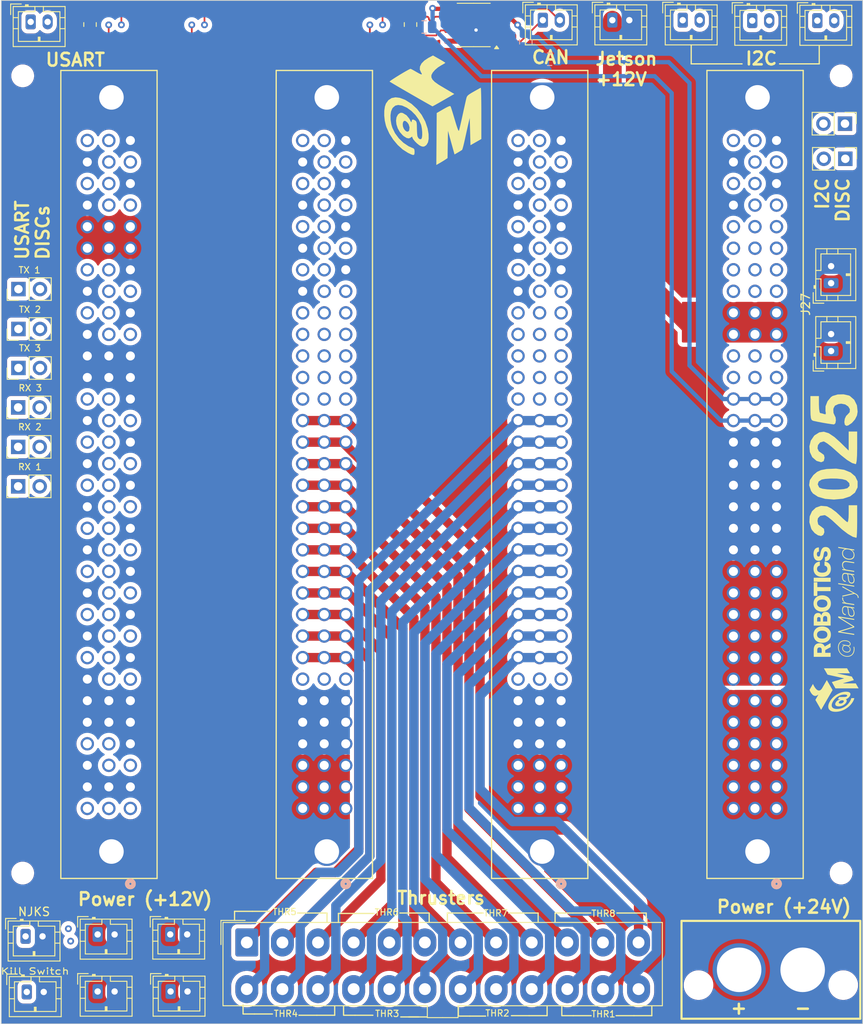
<source format=kicad_pcb>
(kicad_pcb (version 20241229) (generator "pcbnew") (generator_version "9.0")
  (layers (0 "F.Cu" power) (4 "In1.Cu" signal) (6 "In2.Cu" signal) (2 "B.Cu" power) (13 "F.Paste" user) (15 "B.Paste" user) (5 "F.SilkS" user "F.Silkscreen") (7 "B.SilkS" user "B.Silkscreen") (1 "F.Mask" user) (3 "B.Mask" user) (25 "Edge.Cuts" user))
  (net 0 "")
  (net 1 "+24V")
  (net 2 "+12V")
  (net 3 "GND")
  (net 4 "+5V")
  (net 5 "+3.3V")
  (net 6 "I2C+")
  (net 7 "DAT1")
  (net 8 "I2C-")
  (net 9 "THR1-1")
  (net 10 "THR1-2")
  (net 11 "THR1-3")
  (net 12 "THR2-1")
  (net 13 "THR2-2")
  (net 14 "THR2-3")
  (net 15 "THR3-1")
  (net 16 "12V Jetson")
  (net 19 "THR3-2")
  (net 20 "THR3-3")
  (net 21 "THR4-1")
  (net 22 "THR4-2")
  (net 23 "THR4-3")
  (net 24 "THR5-1")
  (net 25 "THR5-2")
  (net 26 "THR5-3")
  (net 27 "THR6-1")
  (net 28 "THR6-2")
  (net 29 "THR6-3")
  (net 30 "THR7-1")
  (net 31 "THR7-2")
  (net 32 "THR7-3")
  (net 33 "THR8-1")
  (net 36 "THR8-2")
  (net 37 "THR8-3")
  (net 38 "DAT2")
  (net 61 "SW")
  (net 62 "NJSW")
  (net 66 "CAN-")
  (net 67 "CAN+")
  (net 70 "CANJET+")
  (net 71 "CANJET-")
  (net 77 "USART+")
  (net 78 "USART-")
  (net 79 "USART1-")
  (net 80 "USART2-")
  (net 81 "USART3-")
  (net 82 "USART2+")
  (net 83 "USART1+")
  (net 84 "USART3+")
  (net 107 "I2CJetson+")
  (net 108 "I2CJetson-")
  (footprint "Connector_JST:JST_PH_B2B-PH-K_1x02_P2.00mm_Vertical" (layer "F.Cu") (at 82.499328 136.777073)
    (property "Reference" "J11" (hide yes))
    (property "Value" "Conn_01x02" (hide yes))
  )
  (footprint "Connector_PinHeader_2.54mm:PinHeader_1x02_P2.54mm_Vertical" (layer "F.Cu") (at 73.16 70 90)
    (property "Reference" "J24" (hide yes))
    (property "Value" "Conn_01x02_Pin" (hide yes))
  )
  (footprint "Resistor_SMD:R_0805_2012Metric" (layer "F.Cu") (at 81.6 29.5125 90)
    (property "Reference" "R2" (hide yes))
    (property "Value" "120")
  )
  (footprint "Connector_PinHeader_2.54mm:PinHeader_1x02_P2.54mm_Vertical" (layer "F.Cu") (at 170.675 45.34 -90)
    (property "Reference" "J25" (hide yes))
    (property "Value" "Conn_01x02_Pin" (hide yes))
  )
  (footprint "Connector_JST:JST_PH_B2B-PH-K_1x02_P2.00mm_Vertical" (layer "F.Cu") (at 135 29)
    (property "Reference" "J17" (hide yes))
    (property "Value" "Conn_01x02" (hide yes))
  )
  (footprint "Connector_JST:JST_PH_B2B-PH-K_1x02_P2.00mm_Vertical" (layer "F.Cu") (at 91.1 143.5)
    (property "Reference" "J5" (hide yes))
    (property "Value" "Conn_01x02" (hide yes))
  )
  (footprint "Connector_PinHeader_2.54mm:PinHeader_1x02_P2.54mm_Vertical" (layer "F.Cu") (at 170.635 41.2 -90)
    (property "Reference" "J26" (hide yes))
    (property "Value" "Conn_01x02_Pin" (hide yes))
  )
  (footprint "Connector_JST:JST_PH_B2B-PH-K_1x02_P2.00mm_Vertical" (layer "F.Cu") (at 74.6 29.2)
    (property "Reference" "J18" (hide yes))
    (property "Value" "Conn_01x02" (hide yes))
  )
  (footprint "Connector_JST:JST_PH_B2B-PH-K_1x02_P2.00mm_Vertical" (layer "F.Cu") (at 143.2 29)
    (property "Reference" "J13" (hide yes))
    (property "Value" "Conn_01x02" (hide yes))
  )
  (footprint "Connector_JST:JST_PH_B2B-PH-K_1x02_P2.00mm_Vertical" (layer "F.Cu") (at 159.7 29.05)
    (property "Reference" "J8" (hide yes))
    (property "Value" "Conn_01x02" (hide yes))
  )
  (footprint "Connector_JST:JST_PH_B2B-PH-K_1x02_P2.00mm_Vertical" (layer "F.Cu") (at 169 60 90)
    (property "Reference" "J27")
    (property "Value" "Conn_01x02" (hide yes))
  )
  (footprint "LOGO" (layer "F.Cu") (at 122 39.6)
    (property "Reference" "G***" (hide yes))
    (property "Value" "LOGO" (hide yes))
  )
  (footprint "650470_5:CONN_650470-5_TYC" (layer "F.Cu") (at 111.76 121.92 -90)
    (property "Reference" "J3" (hide yes))
    (property "Value" "~" (hide yes))
  )
  (footprint "Resistor_SMD:R_0805_2012Metric" (layer "F.Cu") (at 119.4 29.5125 90)
    (property "Reference" "R1" (hide yes))
    (property "Value" "120")
  )
  (footprint "Package_SO:SOIC-8_3.9x4.9mm_P1.27mm" (layer "F.Cu") (at 126.85 29.567499 180)
    (property "Reference" "U1" (hide yes))
    (property "Value" "~" (hide yes))
  )
  (footprint "Connector_JST:JST_PH_B2B-PH-K_1x02_P2.00mm_Vertical" (layer "F.Cu") (at 74 137)
    (property "Reference" "NJKS")
    (property "Value" "Conn_01x02" (hide yes))
  )
  (footprint "MountingHole:MountingHole_2.2mm_M2" (layer "F.Cu") (at 170.18 129.54)
    (property "Reference" "REF**" (hide yes))
    (property "Value" "MountingHole_2.2mm_M2" (hide yes))
  )
  (footprint "Connector_JST:JST_PH_B2B-PH-K_1x02_P2.00mm_Vertical" (layer "F.Cu") (at 91.05846 136.771766)
    (property "Reference" "J14" (hide yes))
    (property "Value" "Conn_01x02" (hide yes))
  )
  (footprint "Connector_PinHeader_2.54mm:PinHeader_1x02_P2.54mm_Vertical" (layer "F.Cu") (at 73.125 74.65 90)
    (property "Reference" "J21" (hide yes))
    (property "Value" "Conn_01x02_Pin" (hide yes))
  )
  (footprint "LOGO" (layer "F.Cu") (at 169.4 81.5 90)
    (property "Reference" "G***" (hide yes))
    (property "Value" "LOGO" (hide yes))
  )
  (footprint "MountingHole:MountingHole_2.2mm_M2" (layer "F.Cu") (at 170.18 35.56)
    (property "Reference" "REF**" (hide yes))
    (property "Value" "MountingHole_2.2mm_M2" (hide yes))
  )
  (footprint "Connector_JST:JST_PH_B2B-PH-K_1x02_P2.00mm_Vertical" (layer "F.Cu") (at 74.140538 143.555467)
    (property "Reference" "J9" (hide yes))
    (property "Value" "Conn_01x02" (hide yes))
  )
  (footprint "LOGO" (layer "F.Cu") (at 169.4 101 90)
    (property "Reference" "G***" (hide yes))
    (property "Value" "LOGO" (hide yes))
  )
  (footprint "Connector_JST:JST_PH_B2B-PH-K_1x02_P2.00mm_Vertical" (layer "F.Cu") (at 82.5 143.5)
    (property "Reference" "J7" (hide yes))
    (property "Value" "Conn_01x02" (hide yes))
  )
  (footprint "Connector_JST:JST_PH_B2B-PH-K_1x02_P2.00mm_Vertical" (layer "F.Cu") (at 169 68 90)
    (property "Reference" "J15" (hide yes))
    (property "Value" "Conn_01x02" (hide yes))
  )
  (footprint "650470_5:CONN_650470-5_TYC" (layer "F.Cu") (at 137.16 121.92 -90)
    (property "Reference" "J2" (hide yes))
    (property "Value" "~" (hide yes))
  )
  (footprint "Connector_PinHeader_2.54mm:PinHeader_1x02_P2.54mm_Vertical" (layer "F.Cu") (at 73.16 60.7 90)
    (property "Reference" "J23" (hide yes))
    (property "Value" "Conn_01x02_Pin" (hide yes))
  )
  (footprint "650470_5:CONN_650470-5_TYC" (layer "F.Cu") (at 162.56 121.92 -90)
    (property "Reference" "J1" (hide yes))
    (property "Value" "~" (hide yes))
  )
  (footprint "MountingHole:MountingHole_2.2mm_M2" (layer "F.Cu") (at 73.66 129.54)
    (property "Reference" "REF**" (hide yes))
    (property "Value" "MountingHole_2.2mm_M2" (hide yes))
  )
  (footprint "650470_5:SUPERSABRE_2CIRCUIT" (layer "F.Cu") (at 161.8996 140.9446)
    (property "Reference" "J6" (hide yes))
    (property "Value" "1720420202" (hide yes))
  )
  (footprint "Connector_PinHeader_2.54mm:PinHeader_1x02_P2.54mm_Vertical" (layer "F.Cu") (at 73.125 79.3 90)
    (property "Reference" "J20" (hide yes))
    (property "Value" "Conn_01x02_Pin" (hide yes))
  )
  (footprint "Connector_JST:JST_PH_B2B-PH-K_1x02_P2.00mm_Vertical" (layer "F.Cu") (at 151.5 29)
    (property "Reference" "J10" (hide yes))
    (property "Value" "Conn_01x02" (hide yes))
  )
  (footprint "MountingHole:MountingHole_2.2mm_M2" (layer "F.Cu") (at 73.66 35.56)
    (property "Reference" "REF**" (hide yes))
    (property "Value" "MountingHole_2.2mm_M2" (hide yes))
  )
  (footprint "Connector_Molex:Molex_Mini-Fit_Jr_5566-24A_2x12_P4.20mm_Vertical" (layer "F.Cu") (at 100.09 137.72)
    (property "Reference" "J12" (hide yes))
    (property "Value" "Conn_02x12_Odd_Even" (hide yes))
  )
  (footprint "Connector_PinHeader_2.54mm:PinHeader_1x02_P2.54mm_Vertical" (layer "F.Cu") (at 73.16 65.4 90)
    (property "Reference" "J22" (hide yes))
    (property "Value" "Conn_01x02_Pin" (hide yes))
  )
  (footprint "Connector_PinHeader_2.54mm:PinHeader_1x02_P2.54mm_Vertical" (layer "F.Cu") (at 73.125 83.95 90)
    (property "Reference" "J19" (hide yes))
    (property "Value" "Conn_01x02_Pin" (hide yes))
  )
  (footprint "Connector_JST:JST_PH_B2B-PH-K_1x02_P2.00mm_Vertical" (layer "F.Cu") (at 167.375 29.05)
    (property "Reference" "J16" (hide yes))
    (property "Value" "Conn_01x02" (hide yes))
  )
  (footprint "650470_5:CONN_650470-5_TYC" (layer "F.Cu") (at 86.36 121.92 -90)
    (property "Reference" "J4" (hide yes))
    (property "Value" "~" (hide yes))
  )
  (footprint "Capacitor_SMD:C_0805_2012Metric" (layer "B.Cu") (at 135.8 33.6)
    (property "Reference" "C2" (hide yes))
    (property "Value" "22uF")
  )
  (footprint "Capacitor_SMD:C_0805_2012Metric" (layer "B.Cu") (at 133 31.55 90)
    (property "Reference" "C1" (hide yes))
    (property "Value" "100nF")
  )
  (footprint "Capacitor_SMD:C_0805_2012Metric" (layer "B.Cu") (at 121 29.8)
    (property "Reference" "C3" (hide yes))
    (property "Value" "100nF")
  )
  (gr_line (start 133.395 146.35) (end 135.505 146.35) (stroke (width 0.15)) (layer "F.SilkS"))
  (gr_line (start 134.45 134.25) (end 133.1 134.25) (stroke (width 0.15)) (layer "F.SilkS"))
  (gr_line (start 137.24 145.2725) (end 137.24 146.3275) (stroke (width 0.15)) (layer "F.SilkS"))
  (gr_line (start 111.5 146.3) (end 112.85 146.3) (stroke (width 0.15)) (layer "F.SilkS"))
  (gr_line (start 121.6 135.3275) (end 121.6 134.2725) (stroke (width 0.15)) (layer "F.SilkS"))
  (gr_line (start 113.005 134.3) (end 110.895 134.3) (stroke (width 0.15)) (layer "F.SilkS"))
  (gr_line (start 123.745 135.305) (end 123.745 134.25) (stroke (width 0.15)) (layer "F.SilkS"))
  (gr_line (start 111.5 145.2225) (end 111.5 146.2775) (stroke (width 0.15)) (layer "F.SilkS"))
  (gr_line (start 106.245 146.3) (end 108.355 146.3) (stroke (width 0.15)) (layer "F.SilkS"))
  (gr_line (start 167.6 34.15) (end 167.6 32.04) (stroke (width 0.15)) (layer "F.SilkS"))
  (gr_line (start 137.24 146.35) (end 138.59 146.35) (stroke (width 0.15)) (layer "F.SilkS"))
  (gr_line (start 100.755 134.05) (end 98.645 134.05) (stroke (width 0.15)) (layer "F.SilkS"))
  (gr_line (start 99.65 146.15) (end 101 146.15) (stroke (width 0.15)) (layer "F.SilkS"))
  (gr_line (start 99.65 145.0725) (end 99.65 146.1275) (stroke (width 0.15)) (layer "F.SilkS"))
  (gr_line (start 127.955 134.25) (end 125.845 134.25) (stroke (width 0.15)) (layer "F.SilkS"))
  (gr_line (start 147.2 134.25) (end 145.85 134.25) (stroke (width 0.15)) (layer "F.SilkS"))
  (gr_line (start 145.745 146.35) (end 147.855 146.35) (stroke (width 0.15)) (layer "F.SilkS"))
  (gr_line (start 147.2 135.3275) (end 147.2 134.2725) (stroke (width 0.15)) (layer "F.SilkS"))
  (gr_line (start 110.455 145.245) (end 110.455 146.3) (stroke (width 0.15)) (layer "F.SilkS"))
  (gr_line (start 125.855 134.25) (end 123.745 134.25) (stroke (width 0.15)) (layer "F.SilkS"))
  (gr_line (start 131.295 146.35) (end 133.405 146.35) (stroke (width 0.15)) (layer "F.SilkS"))
  (gr_line (start 119.19 146.5) (end 121.3 146.5) (stroke (width 0.15)) (layer "F.SilkS"))
  (gr_line (start 145.85 134.25) (end 143.74 134.25) (stroke (width 0.15)) (layer "F.SilkS"))
  (gr_line (start 152.5 34.15) (end 152.5 31.95) (stroke (width 0.15)) (layer "F.SilkS"))
  (gr_line (start 134.45 135.3275) (end 134.45 134.2725) (stroke (width 0.15)) (layer "F.SilkS"))
  (gr_line (start 138.555 134.25) (end 136.445 134.25) (stroke (width 0.15)) (layer "F.SilkS"))
  (gr_line (start 108.345 146.3) (end 110.455 146.3) (stroke (width 0.15)) (layer "F.SilkS"))
  (gr_line (start 136.445 135.305) (end 136.445 134.25) (stroke (width 0.15)) (layer "F.SilkS"))
  (gr_line (start 98.645 135.105) (end 98.645 134.05) (stroke (width 0.15)) (layer "F.SilkS"))
  (gr_line (start 120.25 134.25) (end 118.14 134.25) (stroke (width 0.15)) (layer "F.SilkS"))
  (gr_line (start 125.04 145.3225) (end 125.04 146.3775) (stroke (width 0.15)) (layer "F.SilkS"))
  (gr_line (start 109.55 135.3275) (end 109.55 134.2725) (stroke (width 0.15)) (layer "F.SilkS"))
  (gr_line (start 138.59 146.35) (end 140.7 146.35) (stroke (width 0.15)) (layer "F.SilkS"))
  (gr_line (start 109.55 134.25) (end 108.2 134.25) (stroke (width 0.15)) (layer "F.SilkS"))
  (gr_line (start 126.39 146.4) (end 128.25 146.4) (stroke (width 0.15)) (layer "F.SilkS"))
  (gr_line (start 147.855 145.295) (end 147.855 146.35) (stroke (width 0.15)) (layer "F.SilkS"))
  (gr_line (start 135.505 145.295) (end 135.505 146.35) (stroke (width 0.15)) (layer "F.SilkS"))
  (gr_line (start 102.855 134.05) (end 100.745 134.05) (stroke (width 0.15)) (layer "F.SilkS"))
  (gr_line (start 118.245 146.5) (end 120.355 146.5) (stroke (width 0.15)) (layer "F.SilkS"))
  (gr_line (start 101 146.15) (end 103.11 146.15) (stroke (width 0.15)) (layer "F.SilkS"))
  (gr_line (start 112.85 146.3) (end 114.96 146.3) (stroke (width 0.15)) (layer "F.SilkS"))
  (gr_line (start 152.5 34.15) (end 158.5 34.15) (stroke (width 0.15)) (layer "F.SilkS"))
  (gr_line (start 108.2 134.25) (end 106.09 134.25) (stroke (width 0.15)) (layer "F.SilkS"))
  (gr_line (start 125.04 146.4) (end 126.39 146.4) (stroke (width 0.15)) (layer "F.SilkS"))
  (gr_line (start 140.655 134.25) (end 138.545 134.25) (stroke (width 0.15)) (layer "F.SilkS"))
  (gr_line (start 133.1 134.25) (end 130.99 134.25) (stroke (width 0.15)) (layer "F.SilkS"))
  (gr_line (start 121.6 134.25) (end 120.25 134.25) (stroke (width 0.15)) (layer "F.SilkS"))
  (gr_line (start 162.92 34.15) (end 167.6 34.15) (stroke (width 0.15)) (layer "F.SilkS"))
  (gr_line (start 110.895 135.355) (end 110.895 134.3) (stroke (width 0.15)) (layer "F.SilkS"))
  (gr_line (start 115.105 134.3) (end 112.995 134.3) (stroke (width 0.15)) (layer "F.SilkS"))
  (gr_line (start 143.645 146.35) (end 145.755 146.35) (stroke (width 0.15)) (layer "F.SilkS"))
  (gr_rect (start 71.12 26.67) (end 172.72 147.32) (stroke (width 0.1)) (fill no) (layer "Edge.Cuts"))
  (gr_text "I2C\nDISC" (at 171.25 47.45 90) (layer "F.SilkS") (effects (font (size 1.5 1.5) (thickness 0.3) (bold yes)) (justify right bottom)))
  (gr_text "THR5" (at 103.05 134.55 0) (layer "F.SilkS") (effects (font (size 0.75 0.75) (thickness 0.125) (bold yes)) (justify left bottom)))
  (gr_text "RX 1" (at 73.05 82.1 0) (layer "F.SilkS") (effects (font (size 0.75 0.75) (thickness 0.125) (bold yes)) (justify left bottom)))
  (gr_text "-" (at 164.55 146.3 0) (layer "F.SilkS") (effects (font (size 1.5 1.5) (thickness 0.3) (bold yes)) (justify left bottom)))
  (gr_text "Power (+12V)\n" (at 80 133.5 0) (layer "F.SilkS") (effects (font (size 1.5 1.5) (thickness 0.3) (bold yes)) (justify left bottom)))
  (gr_text "Power (+24V)" (at 155.35 134.4 0) (layer "F.SilkS") (effects (font (size 1.5 1.5) (thickness 0.3) (bold yes)) (justify left bottom)))
  (gr_text "THR3" (at 115.15 146.55 0) (layer "F.SilkS") (effects (font (size 0.75 0.75) (thickness 0.125) (bold yes)) (justify left bottom)))
  (gr_text "USART\nDISCs" (at 76.9 57.4 90) (layer "F.SilkS") (effects (font (size 1.5 1.5) (thickness 0.3) (bold yes)) (justify left bottom)))
  (gr_text "+" (at 157 146.3 0) (layer "F.SilkS") (effects (font (size 1.5 1.5) (thickness 0.3) (bold yes)) (justify left bottom)))
  (gr_text "Thrusters" (at 117.65 133.35 0) (layer "F.SilkS") (effects (font (size 1.5 1.5) (thickness 0.3) (bold yes)) (justify left bottom)))
  (gr_text "Jetson\n+12V" (at 141.05 36.85 0) (layer "F.SilkS") (effects (font (size 1.5 1.5) (thickness 0.3) (bold yes)) (justify left bottom)))
  (gr_text "THR4" (at 103.2 146.55 0) (layer "F.SilkS") (effects (font (size 0.75 0.75) (thickness 0.125) (bold yes)) (justify left bottom)))
  (gr_text "RX 3" (at 73.1 72.8 0) (layer "F.SilkS") (effects (font (size 0.75 0.75) (thickness 0.125) (bold yes)) (justify left bottom)))
  (gr_text "TX 2" (at 73.15 63.55 0) (layer "F.SilkS") (effects (font (size 0.75 0.75) (thickness 0.125) (bold yes)) (justify left bottom)))
  (gr_text "THR8" (at 140.655 134.75 0) (layer "F.SilkS") (effects (font (size 0.75 0.75) (thickness 0.125) (bold yes)) (justify left bottom)))
  (gr_text "TX 1" (at 73.1 58.9 0) (layer "F.SilkS") (effects (font (size 0.75 0.75) (thickness 0.125) (bold yes)) (justify left bottom)))
  (gr_text "THR7" (at 127.95 134.7 0) (layer "F.SilkS") (effects (font (size 0.75 0.75) (thickness 0.125) (bold yes)) (justify left bottom)))
  (gr_text "THR1" (at 140.65 146.6 0) (layer "F.SilkS") (effects (font (size 0.75 0.75) (thickness 0.125) (bold yes)) (justify left bottom)))
  (gr_text "USART" (at 76.2 34.55 0) (layer "F.SilkS") (effects (font (size 1.5 1.5) (thickness 0.3) (bold yes)) (justify left bottom)))
  (gr_text "RX 2" (at 73.05 77.4 0) (layer "F.SilkS") (effects (font (size 0.75 0.75) (thickness 0.125) (bold yes)) (justify left bottom)))
  (gr_text "CAN" (at 133.55 34.25 0) (layer "F.SilkS") (effects (font (size 1.5 1.5) (thickness 0.3) (bold yes)) (justify left bottom)))
  (gr_text "I2C" (at 158.75 34.4 0) (layer "F.SilkS") (effects (font (size 1.5 1.5) (thickness 0.3) (bold yes)) (justify left bottom)))
  (gr_text "Kill Switch\n" (at 70.983075 141.55963 0) (layer "F.SilkS") (effects (font (size 0.75 1) (thickness 0.125) (bold yes)) (justify left bottom)))
  (gr_text "TX 3" (at 73.15 68.1 0) (layer "F.SilkS") (effects (font (size 0.75 0.75) (thickness 0.125) (bold yes)) (justify left bottom)))
  (gr_text "THR2" (at 128.15 146.5 0) (layer "F.SilkS") (effects (font (size 0.75 0.75) (thickness 0.125) (bold yes)) (justify left bottom)))
  (gr_text "THR6" (at 115.1 134.6 0) (layer "F.SilkS") (effects (font (size 0.75 0.75) (thickness 0.125) (bold yes)) (justify left bottom)))
  (segment (start 127.125 30.162499) (end 125.815 31.472499) (width 0.5) (layer "F.Cu") (net 3))
  (segment (start 125.815 31.472499) (end 124.375 31.472499) (width 0.5) (layer "F.Cu") (net 3))
  (segment (start 127.125 30.162499) (end 129.185 30.162499) (width 0.5) (layer "F.Cu") (net 3))
  (via (at 127.125 30.162499) (size 0.8) (drill 0.4) (layers "F.Cu" "B.Cu") (net 3))
  (segment (start 131.395 28.932499) (end 129.325 28.932499) (width 0.5) (layer "F.Cu") (net 4))
  (segment (start 124.375 27.662499) (end 122.062499 27.662499) (width 0.5) (layer "F.Cu") (net 4))
  (segment (start 122.062499 27.662499) (end 122 27.6) (width 0.25) (layer "F.Cu") (net 4))
  (segment (start 132.025 29.562499) (end 131.395 28.932499) (width 0.5) (layer "F.Cu") (net 4))
  (via (at 122 27.6) (size 0.8) (drill 0.4) (layers "F.Cu" "B.Cu") (net 4))
  (via (at 132.025 29.562499) (size 0.8) (drill 0.4) (layers "F.Cu" "B.Cu") (net 4))
  (segment (start 136.75 33.95) (end 149.85 33.95) (width 0.5) (layer "B.Cu") (net 4))
  (segment (start 157.48 76.2) (end 162.56 76.2) (width 0.5) (layer "B.Cu") (net 4))
  (segment (start 156 76.2) (end 157.48 76.2) (width 0.5) (layer "B.Cu") (net 4))
  (segment (start 121.95 29.8) (end 127.75 35.6) (width 0.5) (layer "B.Cu") (net 4))
  (segment (start 122 27.6) (end 122 29.75) (width 0.5) (layer "B.Cu") (net 4))
  (segment (start 136 32.2) (end 136.75 32.95) (width 0.5) (layer "B.Cu") (net 4))
  (segment (start 150.2 70.4) (end 156 76.2) (width 0.5) (layer "B.Cu") (net 4))
  (segment (start 134.4 31) (end 135.6 32.2) (width 0.5) (layer "B.Cu") (net 4))
  (segment (start 148.2 35.6) (end 150.2 37.6) (width 0.5) (layer "B.Cu") (net 4))
  (segment (start 133 30.6) (end 133.4 31) (width 0.5) (layer "B.Cu") (net 4))
  (segment (start 132.025 29.625) (end 133 30.6) (width 0.5) (layer "B.Cu") (net 4))
  (segment (start 132.025 29.562499) (end 132.025 29.625) (width 0.5) (layer "B.Cu") (net 4))
  (segment (start 136.75 32.95) (end 136.75 33.95) (width 0.5) (layer "B.Cu") (net 4))
  (segment (start 157.48 73.66) (end 162.56 73.66) (width 0.5) (layer "B.Cu") (net 4))
  (segment (start 149.85 33.95) (end 152.3 36.4) (width 0.5) (layer "B.Cu") (net 4))
  (segment (start 122 29.75) (end 121.95 29.8) (width 0.5) (layer "B.Cu") (net 4))
  (segment (start 135.6 32.2) (end 136 32.2) (width 0.5) (layer "B.Cu") (net 4))
  (segment (start 133.4 31) (end 134.4 31) (width 0.5) (layer "B.Cu") (net 4))
  (segment (start 127.75 35.6) (end 148.2 35.6) (width 0.5) (layer "B.Cu") (net 4))
  (segment (start 152.3 69.7) (end 156.26 73.66) (width 0.5) (layer "B.Cu") (net 4))
  (segment (start 150.2 37.6) (end 150.2 70.4) (width 0.5) (layer "B.Cu") (net 4))
  (segment (start 156.26 73.66) (end 157.48 73.66) (width 0.5) (layer "B.Cu") (net 4))
  (segment (start 152.3 36.4) (end 152.3 69.7) (width 0.5) (layer "B.Cu") (net 4))
  (segment (start 127.5974 119.611612) (end 127.5974 108.6226) (width 1.1) (layer "B.Cu") (net 9))
  (segment (start 148.39 138.889848) (end 148.39 135.159353) (width 1.1) (layer "B.Cu") (net 9))
  (segment (start 136.688047 123.4574) (end 131.443188 123.4574) (width 1.1) (layer "B.Cu") (net 9))
  (segment (start 127.5974 108.6226) (end 132.08 104.14) (width 1.1) (layer "B.Cu") (net 9))
  (segment (start 131.443188 123.4574) (end 127.5974 119.611612) (width 1.1) (layer "B.Cu") (net 9))
  (segment (start 145.109239 142.039239) (end 145.240609 142.039239) (width 1.1) (layer "B.Cu") (net 9))
  (segment (start 137.16 104.14) (end 134.62 104.14) (width 1.1) (layer "B.Cu") (net 9))
  (segment (start 132.08 104.14) (end 134.62 104.14) (width 1.1) (layer "B.Cu") (net 9))
  (segment (start 148.39 135.159353) (end 136.688047 123.4574) (width 1.1) (layer "B.Cu") (net 9))
  (segment (start 146.29 143.22) (end 145.109239 142.039239) (width 1.1) (layer "B.Cu") (net 9))
  (segment (start 145.240609 142.039239) (end 148.39 138.889848) (width 1.1) (layer "B.Cu") (net 9))
  (segment (start 142.09 143.22) (end 144.19 141.12) (width 1.1) (layer "B.Cu") (net 10))
  (segment (start 132.08 101.6) (end 134.62 101.6) (width 1.1) (layer "B.Cu") (net 10))
  (segment (start 138.477431 134.02) (end 126.2974 121.839969) (width 1.1) (layer "B.Cu") (net 10))
  (segment (start 137.16 101.6) (end 134.62 101.6) (width 1.1) (layer "B.Cu") (net 10))
  (segment (start 141.659848 134.02) (end 138.477431 134.02) (width 1.1) (layer "B.Cu") (net 10))
  (segment (start 126.2974 121.839969) (end 126.2974 107.3826) (width 1.1) (layer "B.Cu") (net 10))
  (segment (start 126.2974 107.3826) (end 132.08 101.6) (width 1.1) (layer "B.Cu") (net 10))
  (segment (start 144.19 136.550152) (end 141.659848 134.02) (width 1.1) (layer "B.Cu") (net 10))
  (segment (start 144.19 141.12) (end 144.19 136.550152) (width 1.1) (layer "B.Cu") (net 10))
  (segment (start 124.9974 123.4734) (end 124.9974 106.1426) (width 1.1) (layer "B.Cu") (net 11))
  (segment (start 139.99 141.12) (end 139.99 136.550152) (width 1.1) (layer "B.Cu") (net 11))
  (segment (start 139.99 136.550152) (end 138.759848 135.32) (width 1.1) (layer "B.Cu") (net 11))
  (segment (start 138.759848 135.32) (end 136.844 135.32) (width 1.1) (layer "B.Cu") (net 11))
  (segment (start 137.16 99.06) (end 134.62 99.06) (width 1.1) (layer "B.Cu") (net 11))
  (segment (start 137.89 143.22) (end 139.99 141.12) (width 1.1) (layer "B.Cu") (net 11))
  (segment (start 132.08 99.06) (end 134.62 99.06) (width 1.1) (layer "B.Cu") (net 11))
  (segment (start 136.844 135.32) (end 124.9974 123.4734) (width 1.1) (layer "B.Cu") (net 11))
  (segment (start 124.9974 106.1426) (end 132.08 99.06) (width 1.1) (layer "B.Cu") (net 11))
  (segment (start 133.69 143.22) (end 135.79 141.12) (width 1.1) (layer "B.Cu") (net 12))
  (segment (start 133.097848 133.858) (end 133.096 133.858) (width 1.1) (layer "B.Cu") (net 12))
  (segment (start 123.6974 104.9026) (end 132.08 96.52) (width 1.1) (layer "B.Cu") (net 12))
  (segment (start 135.79 136.550152) (end 133.097848 133.858) (width 1.1) (layer "B.Cu") (net 12))
  (segment (start 135.79 141.12) (end 135.79 136.550152) (width 1.1) (layer "B.Cu") (net 12))
  (segment (start 132.08 96.52) (end 134.62 96.52) (width 1.1) (layer "B.Cu") (net 12))
  (segment (start 133.096 133.858) (end 123.6974 124.4594) (width 1.1) (layer "B.Cu") (net 12))
  (segment (start 137.16 96.52) (end 134.62 96.52) (width 1.1) (layer "B.Cu") (net 12))
  (segment (start 123.6974 124.4594) (end 123.6974 104.9026) (width 1.1) (layer "B.Cu") (net 12))
  (segment (start 122.3974 103.6626) (end 132.08 93.98) (width 1.1) (layer "B.Cu") (net 13))
  (segment (start 131.59 136.550152) (end 122.3974 127.357552) (width 1.1) (layer "B.Cu") (net 13))
  (segment (start 131.59 141.12) (end 131.59 136.550152) (width 1.1) (layer "B.Cu") (net 13))
  (segment (start 132.08 93.98) (end 134.62 93.98) (width 1.1) (layer "B.Cu") (net 13))
  (segment (start 129.49 143.22) (end 131.59 141.12) (width 1.1) (layer "B.Cu") (net 13))
  (segment (start 122.3974 127.357552) (end 122.3974 103.6626) (width 1.1) (layer "B.Cu") (net 13))
  (segment (start 137.16 93.98) (end 134.62 93.98) (width 1.1) (layer "B.Cu") (net 13))
  (segment (start 127.391529 138.891377) (end 127.39 138.889848) (width 1.1) (layer "B.Cu") (net 14))
  (segment (start 132.08 91.44) (end 134.62 91.44) (width 1.1) (layer "B.Cu") (net 14))
  (segment (start 127.39 138.889848) (end 127.39 136.550152) (width 1.1) (layer "B.Cu") (net 14))
  (segment (start 125.29 143.22) (end 127.391529 141.118471) (width 1.1) (layer "B.Cu") (net 14))
  (segment (start 127.391529 141.118471) (end 127.391529 138.891377) (width 1.1) (layer "B.Cu") (net 14))
  (segment (start 127.39 136.550152) (end 121.0974 130.257552) (width 1.1) (layer "B.Cu") (net 14))
  (segment (start 137.16 91.44) (end 134.62 91.44) (width 1.1) (layer "B.Cu") (net 14))
  (segment (start 121.0974 102.4226) (end 132.08 91.44) (width 1.1) (layer "B.Cu") (net 14))
  (segment (start 121.0974 130.257552) (end 121.0974 102.4226) (width 1.1) (layer "B.Cu") (net 14))
  (segment (start 119.7974 133.157552) (end 119.7974 101.1826) (width 1.1) (layer "B.Cu") (net 15))
  (segment (start 119.7974 101.1826) (end 132.08 88.9) (width 1.1) (layer "B.Cu") (net 15))
  (segment (start 121.09 143.22) (end 121.09 140.989848) (width 1.1) (layer "B.Cu") (net 15))
  (segment (start 123.19 136.550152) (end 119.7974 133.157552) (width 1.1) (layer "B.Cu") (net 15))
  (segment (start 121.09 140.989848) (end 123.19 138.889848) (width 1.1) (layer "B.Cu") (net 15))
  (segment (start 123.19 138.889848) (end 123.19 136.550152) (width 1.1) (layer "B.Cu") (net 15))
  (segment (start 137.16 88.9) (end 134.62 88.9) (width 1.1) (layer "B.Cu") (net 15))
  (segment (start 132.08 88.9) (end 134.62 88.9) (width 1.1) (layer "B.Cu") (net 15))
  (segment (start 143.2 55.8) (end 151.6 64.2) (width 2.2) (layer "F.Cu") (net 16))
  (segment (start 152.2 64.8) (end 153.6 64.8) (width 2.2) (layer "F.Cu") (net 16))
  (segment (start 151.6 64.2) (end 152.2 64.8) (width 2.2) (layer "F.Cu") (net 16))
  (segment (start 143.2 29) (end 143.2 33) (width 2.2) (layer "F.Cu") (net 16))
  (segment (start 143.2 33) (end 143.2 55.8) (width 2.2) (layer "F.Cu") (net 16))
  (segment (start 118.4974 99.9426) (end 132.08 86.36) (width 1.1) (layer "B.Cu") (net 19))
  (segment (start 137.16 86.36) (end 134.62 86.36) (width 1.1) (layer "B.Cu") (net 19))
  (segment (start 132.08 86.36) (end 134.62 86.36) (width 1.1) (layer "B.Cu") (net 19))
  (segment (start 118.99 135.17383) (end 118.4974 134.68123) (width 1.1) (layer "B.Cu") (net 19))
  (segment (start 116.89 143.22) (end 118.99 141.12) (width 1.1) (layer "B.Cu") (net 19))
  (segment (start 118.99 141.12) (end 118.99 135.17383) (width 1.1) (layer "B.Cu") (net 19))
  (segment (start 118.4974 134.68123) (end 118.4974 99.9426) (width 1.1) (layer "B.Cu") (net 19))
  (segment (start 117.1974 98.7026) (end 132.08 83.82) (width 1.1) (layer "B.Cu") (net 20))
  (segment (start 114.79 136.550152) (end 117.1974 134.142752) (width 1.1) (layer "B.Cu") (net 20))
  (segment (start 137.16 83.82) (end 134.62 83.82) (width 1.1) (layer "B.Cu") (net 20))
  (segment (start 117.1974 134.142752) (end 117.1974 98.7026) (width 1.1) (layer "B.Cu") (net 20))
  (segment (start 132.08 83.82) (end 134.62 83.82) (width 1.1) (layer "B.Cu") (net 20))
  (segment (start 114.79 141.12) (end 114.79 136.550152) (width 1.1) (layer "B.Cu") (net 20))
  (segment (start 112.69 143.22) (end 114.79 141.12) (width 1.1) (layer "B.Cu") (net 20))
  (segment (start 137.16 81.28) (end 134.62 81.28) (width 1.1) (layer "B.Cu") (net 21))
  (segment (start 115.8974 97.4626) (end 132.08 81.28) (width 1.1) (layer "B.Cu") (net 21))
  (segment (start 108.49 143.22) (end 110.59 141.12) (width 1.1) (layer "B.Cu") (net 21))
  (segment (start 110.59 141.12) (end 110.59 133.370956) (width 1.1) (layer "B.Cu") (net 21))
  (segment (start 110.59 133.370956) (end 115.8974 128.063556) (width 1.1) (layer "B.Cu") (net 21))
  (segment (start 115.8974 128.063556) (end 115.8974 97.4626) (width 1.1) (layer "B.Cu") (net 21))
  (segment (start 132.08 81.28) (end 134.62 81.28) (width 1.1) (layer "B.Cu") (net 21))
  (segment (start 106.39 141.12) (end 106.39 135.732478) (width 1.1) (layer "B.Cu") (net 22))
  (segment (start 137.16 78.74) (end 134.62 78.74) (width 1.1) (layer "B.Cu") (net 22))
  (segment (start 114.5974 96.2226) (end 132.08 78.74) (width 1.1) (layer "B.Cu") (net 22))
  (segment (start 114.5974 127.525078) (end 114.5974 96.2226) (width 1.1) (layer "B.Cu") (net 22))
  (segment (start 106.39 135.732478) (end 114.5974 127.525078) (width 1.1) (layer "B.Cu") (net 22))
  (segment (start 104.29 143.22) (end 106.39 141.12) (width 1.1) (layer "B.Cu") (net 22))
  (segment (start 132.08 78.74) (end 134.62 78.74) (width 1.1) (layer "B.Cu") (net 22))
  (segment (start 108.509231 129.4518) (end 110.8322 129.4518) (width 1.1) (layer "B.Cu") (net 23))
  (segment (start 110.8322 129.4518) (end 113.2974 126.9866) (width 1.1) (layer "B.Cu") (net 23))
  (segment (start 134.62 76.2) (end 137.16 76.2) (width 1.1) (layer "B.Cu") (net 23))
  (segment (start 132.08 76.2) (end 134.62 76.2) (width 1.1) (layer "B.Cu") (net 23))
  (segment (start 100.09 143.22) (end 102.19 141.12) (width 1.1) (layer "B.Cu") (net 23))
  (segment (start 102.19 135.771031) (end 108.509231 129.4518) (width 1.1) (layer "B.Cu") (net 23))
  (segment (start 113.2974 126.9866) (end 113.2974 94.9826) (width 1.1) (layer "B.Cu") (net 23))
  (segment (start 113.2974 94.9826) (end 132.08 76.2) (width 1.1) (layer "B.Cu") (net 23))
  (segment (start 102.19 141.12) (end 102.19 135.771031) (width 1.1) (layer "B.Cu") (net 23))
  (segment (start 113.2974 105.6774) (end 111.76 104.14) (width 1.1) (layer "F.Cu") (net 24))
  (segment (start 100.09 137.72) (end 100.09 137.654) (width 1.1) (layer "F.Cu") (net 24))
  (segment (start 110.540369 129.4518) (end 113.2974 126.694769) (width 1.1) (layer "F.Cu") (net 24))
  (segment (start 106.68 104.14) (end 109.22 104.14) (width 1.1) (layer "F.Cu") (net 24))
  (segment (start 109.22 104.14) (end 111.76 104.14) (width 1.1) (layer "F.Cu") (net 24))
  (segment (start 113.2974 126.694769) (end 113.2974 105.6774) (width 1.1) (layer "F.Cu") (net 24))
  (segment (start 100.09 137.654) (end 108.2922 129.4518) (width 1.1) (layer "F.Cu") (net 24))
  (segment (start 108.2922 129.4518) (end 110.540369 129.4518) (width 1.1) (layer "F.Cu") (net 24))
  (segment (start 109.22 101.6) (end 111.76 101.6) (width 1.1) (layer "F.Cu") (net 25))
  (segment (start 111.76 101.6) (end 114.5974 104.4374) (width 1.1) (layer "F.Cu") (net 25))
  (segment (start 104.402478 137.72) (end 104.29 137.72) (width 1.1) (layer "F.Cu") (net 25))
  (segment (start 114.5974 104.4374) (end 114.5974 127.525078) (width 1.1) (layer "F.Cu") (net 25))
  (segment (start 114.5974 127.525078) (end 104.402478 137.72) (width 1.1) (layer "F.Cu") (net 25))
  (segment (start 106.68 101.6) (end 109.22 101.6) (width 1.1) (layer "F.Cu") (net 25))
  (segment (start 115.8974 130.3126) (end 108.49 137.72) (width 1.1) (layer "F.Cu") (net 26))
  (segment (start 109.22 99.06) (end 111.76 99.06) (width 1.1) (layer "F.Cu") (net 26))
  (segment (start 106.68 99.06) (end 109.22 99.06) (width 1.1) (layer "F.Cu") (net 26))
  (segment (start 115.8974 103.380294) (end 115.8974 130.3126) (width 1.1) (layer "F.Cu") (net 26))
  (segment (start 111.76 99.242894) (end 115.8974 103.380294) (width 1.1) (layer "F.Cu") (net 26))
  (segment (start 111.76 99.06) (end 111.76 99.242894) (width 1.1) (layer "F.Cu") (net 26))
  (segment (start 111.76 96.52) (end 111.958106 96.52) (width 1.1) (layer "F.Cu") (net 27))
  (segment (start 106.68 96.52) (end 109.22 96.52) (width 1.1) (layer "F.Cu") (net 27))
  (segment (start 111.958106 96.52) (end 117.1974 101.759294) (width 1.1) (layer "F.Cu") (net 27))
  (segment (start 117.1974 101.759294) (end 117.1974 133.2126) (width 1.1) (layer "F.Cu") (net 27))
  (segment (start 109.22 96.52) (end 111.76 96.52) (width 1.1) (layer "F.Cu") (net 27))
  (segment (start 117.1974 133.2126) (end 112.69 137.72) (width 1.1) (layer "F.Cu") (net 27))
  (segment (start 118.4974 100.7174) (end 118.4974 136.1126) (width 1.1) (layer "F.Cu") (net 28))
  (segment (start 111.76 93.98) (end 118.4974 100.7174) (width 1.1) (layer "F.Cu") (net 28))
  (segment (start 118.4974 136.1126) (end 116.89 137.72) (width 1.1) (layer "F.Cu") (net 28))
  (segment (start 106.68 93.98) (end 109.22 93.98) (width 1.1) (layer "F.Cu") (net 28))
  (segment (start 109.22 93.98) (end 111.76 93.98) (width 1.1) (layer "F.Cu") (net 28))
  (segment (start 111.76 91.44) (end 119.7974 99.4774) (width 1.1) (layer "F.Cu") (net 29))
  (segment (start 119.7974 136.4274) (end 121.09 137.72) (width 1.1) (layer "F.Cu") (net 29))
  (segment (start 119.7974 99.4774) (end 119.7974 136.4274) (width 1.1) (layer "F.Cu") (net 29))
  (segment (start 106.68 91.44) (end 109.22 91.44) (width 1.1) (layer "F.Cu") (net 29))
  (segment (start 109.22 91.44) (end 111.76 91.44) (width 1.1) (layer "F.Cu") (net 29))
  (segment (start 121.0974 133.5274) (end 125.29 137.72) (width 1.1) (layer "F.Cu") (net 30))
  (segment (start 106.68 88.9) (end 109.22 88.9) (width 1.1) (layer "F.Cu") (net 30))
  (segment (start 109.22 88.9) (end 111.76 88.9) (width 1.1) (layer "F.Cu") (net 30))
  (segment (start 111.76 88.9) (end 121.0974 98.2374) (width 1.1) (layer "F.Cu") (net 30))
  (segment (start 121.0974 98.2374) (end 121.0974 133.5274) (width 1.1) (layer "F.Cu") (net 30))
  (segment (start 111.76 86.36) (end 122.3974 96.9974) (width 1.1) (layer "F.Cu") (net 31))
  (segment (start 106.68 86.36) (end 109.22 86.36) (width 1.1) (layer "F.Cu") (net 31))
  (segment (start 109.22 86.36) (end 111.76 86.36) (width 1.1) (layer "F.Cu") (net 31))
  (segment (start 122.3974 130.6274) (end 129.49 137.72) (width 1.1) (layer "F.Cu") (net 31))
  (segment (start 122.3974 96.9974) (end 122.3974 130.6274) (width 1.1) (layer "F.Cu") (net 31))
  (segment (start 109.22 83.82) (end 111.76 83.82) (width 1.1) (layer "F.Cu") (net 32))
  (segment (start 123.6974 95.7574) (end 123.6974 127.7274) (width 1.1) (layer "F.Cu") (net 32))
  (segment (start 123.6974 127.7274) (end 133.69 137.72) (width 1.1) (layer "F.Cu") (net 32))
  (segment (start 106.68 83.82) (end 109.22 83.82) (width 1.1) (layer "F.Cu") (net 32))
  (segment (start 111.76 83.82) (end 123.6974 95.7574) (width 1.1) (layer "F.Cu") (net 32))
  (segment (start 111.76 81.28) (end 124.9974 94.5174) (width 1.1) (layer "F.Cu") (net 33))
  (segment (start 124.9974 94.5174) (end 124.9974 124.8274) (width 1.1) (layer "F.Cu") (net 33))
  (segment (start 106.68 81.28) (end 109.22 81.28) (width 1.1) (layer "F.Cu") (net 33))
  (segment (start 124.9974 124.8274) (end 137.89 137.72) (width 1.1) (layer "F.Cu") (net 33))
  (segment (start 109.22 81.28) (end 111.76 81.28) (width 1.1) (layer "F.Cu") (net 33))
  (segment (start 141.784 137.72) (end 142.09 137.72) (width 1.3) (layer "F.Cu") (net 36))
  (segment (start 111.394212 78.74) (end 126.2974 93.643188) (width 1.1) (layer "F.Cu") (net 36))
  (segment (start 111.76 78.74) (end 111.394212 78.74) (width 1.1) (layer "F.Cu") (net 36))
  (segment (start 126.2974 93.643188) (end 126.2974 121.9794) (width 1.1) (layer "F.Cu") (net 36))
  (segment (start 106.68 78.74) (end 109.22 78.74) (width 1.1) (layer "F.Cu") (net 36))
  (segment (start 142.038 137.72) (end 142.09 137.72) (width 1.1) (layer "F.Cu") (net 36))
  (segment (start 109.22 78.74) (end 111.76 78.74) (width 1.1) (layer "F.Cu") (net 36))
  (segment (start 126.2974 121.9794) (end 142.038 137.72) (width 1.1) (layer "F.Cu") (net 36))
  (segment (start 131.572 124.46) (end 137.668 124.46) (width 1.1) (layer "F.Cu") (net 37))
  (segment (start 111.76 76.2) (end 127.5974 92.0374) (width 1.1) (layer "F.Cu") (net 37))
  (segment (start 106.68 76.2) (end 109.22 76.2) (width 1.1) (layer "F.Cu") (net 37))
  (segment (start 109.22 76.2) (end 111.76 76.2) (width 1.1) (layer "F.Cu") (net 37))
  (segment (start 127.5974 92.0374) (end 127.5974 120.4854) (width 1.1) (layer "F.Cu") (net 37))
  (segment (start 146.29 133.082) (end 146.29 137.72) (width 1.1) (layer "F.Cu") (net 37))
  (segment (start 127.5974 120.4854) (end 131.572 124.46) (width 1.1) (layer "F.Cu") (net 37))
  (segment (start 137.668 124.46) (end 146.29 133.082) (width 1.1) (layer "F.Cu") (net 37))
  (via (at 79.314414 137.564414) (size 0.8) (drill 0.4) (layers "F.Cu" "B.Cu") (net 61))
  (via (at 79.05 136.1) (size 0.8) (drill 0.4) (layers "F.Cu" "B.Cu") (net 62))
  (segment (start 116.1 27.55) (end 116.1 29.55) (width 0.2) (layer "F.Cu") (net 66))
  (segment (start 124.475 28.972499) (end 123.841397 28.972499) (width 0.2) (layer "F.Cu") (net 66))
  (segment (start 95.1 27.55) (end 95.1 29.55) (width 0.2) (layer "F.Cu") (net 66))
  (segment (start 124.030001 28.5875) (end 122.4 28.5875) (width 0.2) (layer "F.Cu") (net 66))
  (segment (start 121.100766 28.55) (end 120.8 28.55) (width 0.2) (layer "F.Cu") (net 66))
  (segment (start 121.138266 28.5875) (end 121.100766 28.55) (width 0.2) (layer "F.Cu") (net 66))
  (segment (start 118.4 27.55) (end 82.6 27.55) (width 0.2) (layer "F.Cu") (net 66))
  (segment (start 121.2 28.5875) (end 121.138266 28.5875) (width 0.2) (layer "F.Cu") (net 66))
  (segment (start 82.6 27.55) (end 81.6 28.55) (width 0.2) (layer "F.Cu") (net 66))
  (segment (start 120.8 28.55) (end 119.4 28.55) (width 0.2) (layer "F.Cu") (net 66))
  (segment (start 85.3 27.55) (end 85.3 29.55) (width 0.2) (layer "F.Cu") (net 66))
  (segment (start 119.4 28.55) (end 118.4 27.55) (width 0.2) (layer "F.Cu") (net 66))
  (segment (start 121.33055 28.5875) (end 121.2 28.5875) (width 0.2) (layer "F.Cu") (net 66))
  (segment (start 121.93055 29.05695) (end 121.8 29.05695) (width 0.2) (layer "F.Cu") (net 66))
  (segment (start 123.741397 28.932499) (end 124.375 28.932499) (width 0.2) (layer "F.Cu") (net 66))
  (segment (start 124.375 28.932499) (end 124.030001 28.5875) (width 0.2) (layer "F.Cu") (net 66))
  (via (at 95.1 29.55) (size 0.8) (drill 0.4) (layers "F.Cu" "B.Cu") (net 66))
  (via (at 85.3 29.55) (size 0.8) (drill 0.4) (layers "F.Cu" "B.Cu") (net 66))
  (via (at 116.1 29.55) (size 0.8) (drill 0.4) (layers "F.Cu" "B.Cu") (net 66))
  (arc (start 121.565275 28.822225) (mid 121.496526 28.656249) (end 121.33055 28.5875) (width 0.2) (layer "F.Cu") (net 66))
  (arc (start 122.165275 28.822225) (mid 122.096526 28.988201) (end 121.93055 29.05695) (width 0.2) (layer "F.Cu") (net 66))
  (arc (start 121.8 29.05695) (mid 121.634024 28.988201) (end 121.565275 28.822225) (width 0.2) (layer "F.Cu") (net 66))
  (arc (start 122.4 28.5875) (mid 122.234024 28.656249) (end 122.165275 28.822225) (width 0.2) (layer "F.Cu") (net 66))
  (segment (start 93.6 30.05) (end 93.6 29.55) (width 0.2) (layer "F.Cu") (net 67))
  (segment (start 123 30.2) (end 122.4 30.8) (width 0.2) (layer "F.Cu") (net 67))
  (segment (start 114.6 30.05) (end 114.6 29.55) (width 0.2) (layer "F.Cu") (net 67))
  (segment (start 114.6 31.55) (end 114.6 30.05) (width 0.2) (layer "F.Cu") (net 67))
  (segment (start 118.45 31.55) (end 119.5 30.5) (width 0.2) (layer "F.Cu") (net 67))
  (segment (start 83.8 31.55) (end 83.8 30.05) (width 0.2) (layer "F.Cu") (net 67))
  (segment (start 83.8 30.05) (end 83.8 29.55) (width 0.2) (layer "F.Cu") (net 67))
  (segment (start 124.375 30.202499) (end 123.002499 30.202499) (width 0.2) (layer "F.Cu") (net 67))
  (segment (start 123.002499 30.202499) (end 123 30.2) (width 0.2) (layer "F.Cu") (net 67))
  (segment (start 82.6 31.55) (end 81.6 30.55) (width 0.2) (layer "F.Cu") (net 67))
  (segment (start 119.7125 30.2) (end 119.5 30.4125) (width 0.2) (layer "F.Cu") (net 67))
  (segment (start 124.164999 30.4125) (end 124.375 30.202499) (width 0.2) (layer "F.Cu") (net 67))
  (segment (start 119.5 30.5) (end 119.5 30.4125) (width 0.2) (layer "F.Cu") (net 67))
  (segment (start 93.6 31.55) (end 93.6 30.05) (width 0.2) (layer "F.Cu") (net 67))
  (segment (start 122.4 30.8) (end 121 30.8) (width 0.2) (layer "F.Cu") (net 67))
  (segment (start 121 30.8) (end 120.4 30.2) (width 0.2) (layer "F.Cu") (net 67))
  (segment (start 82.6 31.55) (end 118.45 31.55) (width 0.2) (layer "F.Cu") (net 67))
  (segment (start 120.4 30.2) (end 119.7125 30.2) (width 0.2) (layer "F.Cu") (net 67))
  (via (at 114.6 29.55) (size 0.8) (drill 0.4) (layers "F.Cu" "B.Cu") (net 67))
  (via (at 93.6 29.55) (size 0.8) (drill 0.4) (layers "F.Cu" "B.Cu") (net 67))
  (via (at 83.8 29.55) (size 0.8) (drill 0.4) (layers "F.Cu" "B.Cu") (net 67))
  (segment (start 131.165 31.272499) (end 131.165 30.81365) (width 0.2) (layer "F.Cu") (net 70))
  (segment (start 133.071089 30.81641) (end 134.925 28.962499) (width 0.2) (layer "F.Cu") (net 70))
  (segment (start 131.765 30.81365) (end 131.765 31.272499) (width 0.2) (layer "F.Cu") (net 70))
  (segment (start 132.125 31.512499) (end 132.375 31.512499) (width 0.2) (layer "F.Cu") (net 70))
  (segment (start 132.375 31.512499) (end 133.071089 30.81641) (width 0.2) (layer "F.Cu") (net 70))
  (segment (start 132.005 31.512499) (end 132.125 31.512499) (width 0.2) (layer "F.Cu") (net 70))
  (segment (start 131.405 30.57365) (end 131.525 30.57365) (width 0.2) (layer "F.Cu") (net 70))
  (segment (start 129.425 31.512499) (end 130.925 31.512499) (width 0.2) (layer "F.Cu") (net 70))
  (arc (start 131.765 31.272499) (mid 131.835294 31.442205) (end 132.005 31.512499) (width 0.2) (layer "F.Cu") (net 70))
  (arc (start 130.925 31.512499) (mid 131.094706 31.442205) (end 131.165 31.272499) (width 0.2) (layer "F.Cu") (net 70))
  (arc (start 131.525 30.57365) (mid 131.694706 30.643944) (end 131.765 30.81365) (width 0.2) (layer "F.Cu") (net 70))
  (arc (start 131.165 30.81365) (mid 131.235294 30.643944) (end 131.405 30.57365) (width 0.2) (layer "F.Cu") (net 70))
  (segment (start 136.925 28.962499) (end 135.665 27.702499) (width 0.2) (layer "F.Cu") (net 71))
  (segment (start 135.665 27.702499) (end 129.425 27.702499) (width 0.2) (layer "F.Cu") (net 71))
  (zone (net 1) (net_name "+24V") (layer "F.Cu") (priority 4) (connect_pads yes (clearance 0.5)) (min_thickness 0.25) (fill yes (thermal_gap 0.5) (thermal_bridge_width 0.5))
    (polygon (pts (xy 172.72 147.32) (xy 172.72 107.95) (xy 150.876 107.95) (xy 150.876 147.32)))
  )
  (zone (net 16) (net_name "12V Jetson") (layer "F.Cu") (priority 7) (connect_pads yes (clearance 0.5)) (min_thickness 0.25) (fill yes (thermal_gap 0.5) (thermal_bridge_width 0.5))
    (polygon (pts (xy 164.4 67) (xy 151.4 67) (xy 151.4 62.2) (xy 164.4 62.2)))
  )
  (zone (net 2) (net_name "+12V") (layer "F.Cu") (connect_pads yes (clearance 0.5)) (min_thickness 0.25) (fill yes (thermal_gap 0.5) (thermal_bridge_width 0.5))
    (polygon (pts (xy 71.12 26.67) (xy 71.12 147.32) (xy 172.72 147.32) (xy 172.72 26.67)))
  )
  (zone (net 3) (net_name "GND") (layer "B.Cu") (priority 1) (connect_pads yes (clearance 0.5)) (min_thickness 0.25) (fill yes (thermal_gap 0.5) (thermal_bridge_width 0.5))
    (polygon (pts (xy 71.12 26.67) (xy 71.12 147.32) (xy 172.72 147.32) (xy 172.72 26.67)))
  )
)
</source>
